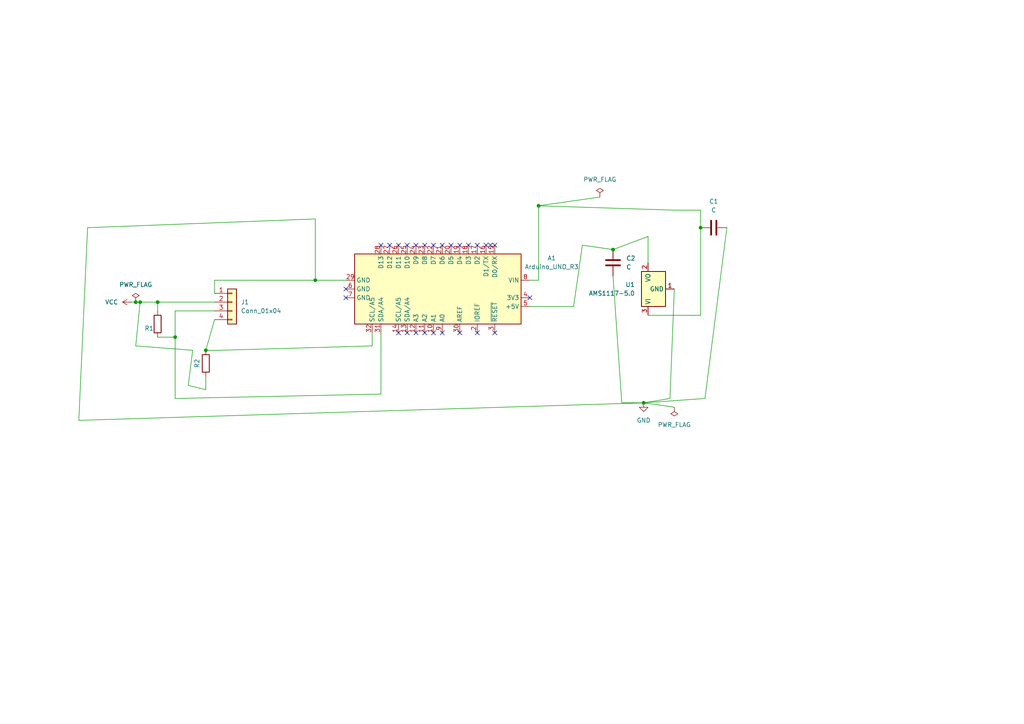
<source format=kicad_sch>
(kicad_sch (version 20250114) (generator "eeschema") (generator_version "9.0")
  (paper "A4")
  (lib_symbols
    (symbol "Connector_Generic:Conn_01x04" (pin_names (offset 1.016) (hide yes))
      (property "Reference" "J" (at 0 5.08 0))
      (property "Value" "Conn_01x04" (at 0 -7.62 0))
      (symbol "Conn_01x04_1_1"
        (rectangle (start -1.27 3.81) (end 1.27 -6.35) (stroke (width 0.254)) (fill (type background)))
        (rectangle (start -1.27 2.667) (end 0 2.413) (stroke (width 0.1524)))
        (rectangle (start -1.27 0.127) (end 0 -0.127) (stroke (width 0.1524)))
        (rectangle (start -1.27 -2.413) (end 0 -2.667) (stroke (width 0.1524)))
        (rectangle (start -1.27 -4.953) (end 0 -5.207) (stroke (width 0.1524)))
        (pin passive line (at -5.08 2.54 0) (length 3.81) (name "Pin_1") (number "1"))
        (pin passive line (at -5.08 0 0) (length 3.81) (name "Pin_2") (number "2"))
        (pin passive line (at -5.08 -2.54 0) (length 3.81) (name "Pin_3") (number "3"))
        (pin passive line (at -5.08 -5.08 0) (length 3.81) (name "Pin_4") (number "4"))
      )
    )
    (symbol "Device:C" (pin_numbers (hide yes)) (pin_names (offset 0.254))
      (property "Reference" "C" (at 0.635 2.54 0))
      (property "Value" "C" (at 0.635 -2.54 0))
      (symbol "C_0_1"
        (polyline (pts (xy -2.032 0.762) (xy 2.032 0.762)) (stroke (width 0.508)))
        (polyline (pts (xy -2.032 -0.762) (xy 2.032 -0.762)) (stroke (width 0.508)))
      )
      (symbol "C_1_1"
        (pin passive line (at 0 3.81 270) (length 2.794) (name "~") (number "1"))
        (pin passive line (at 0 -3.81 90) (length 2.794) (name "~") (number "2"))
      )
    )
    (symbol "Device:R" (pin_numbers (hide yes)) (pin_names (offset 0))
      (property "Reference" "R" (at 2.032 0 90))
      (property "Value" "R" (at 0 0 90))
      (symbol "R_0_1"
        (rectangle (start -1.016 -2.54) (end 1.016 2.54) (stroke (width 0.254)))
      )
      (symbol "R_1_1"
        (pin passive line (at 0 3.81 270) (length 1.27) (name "~") (number "1"))
        (pin passive line (at 0 -3.81 90) (length 1.27) (name "~") (number "2"))
      )
    )
    (symbol "MCU_Module:Arduino_UNO_R3"
      (property "Reference" "A1" (at -8.9602 31.75 90))
      (property "Value" "Arduino_UNO_R3" (at -6.4202 31.75 90))
      (symbol "Arduino_UNO_R3_0_1"
        (rectangle (start -10.16 22.86) (end 10.16 -25.4) (stroke (width 0.254)) (fill (type background)))
      )
      (symbol "Arduino_UNO_R3_1_1"
        (pin bidirectional line (at -12.7 15.24 0) (length 2.54) (name "D0/RX") (number "15"))
        (pin bidirectional line (at -12.7 12.7 0) (length 2.54) (name "D1/TX") (number "16"))
        (pin bidirectional line (at -12.7 10.16 0) (length 2.54) (name "D2") (number "17"))
        (pin bidirectional line (at -12.7 7.62 0) (length 2.54) (name "D3") (number "18"))
        (pin bidirectional line (at -12.7 5.08 0) (length 2.54) (name "D4") (number "19"))
        (pin bidirectional line (at -12.7 2.54 0) (length 2.54) (name "D5") (number "20"))
        (pin bidirectional line (at -12.7 0 0) (length 2.54) (name "D6") (number "21"))
        (pin bidirectional line (at -12.7 -2.54 0) (length 2.54) (name "D7") (number "22"))
        (pin bidirectional line (at -12.7 -5.08 0) (length 2.54) (name "D8") (number "23"))
        (pin bidirectional line (at -12.7 -7.62 0) (length 2.54) (name "D9") (number "24"))
        (pin bidirectional line (at -12.7 -10.16 0) (length 2.54) (name "D10") (number "25"))
        (pin bidirectional line (at -12.7 -12.7 0) (length 2.54) (name "D11") (number "26"))
        (pin bidirectional line (at -12.7 -15.24 0) (length 2.54) (name "D12") (number "27"))
        (pin bidirectional line (at -12.7 -17.78 0) (length 2.54) (name "D13") (number "28"))
        (pin no_connect line (at -10.16 -20.32 0) (length 2.54) (hide yes) (name "NC") (number "1"))
        (pin passive line (at -2.54 25.4 270) (length 2.54) (name "VIN") (number "8"))
        (pin power_in line (at -2.54 -27.94 90) (length 2.54) (name "GND") (number "29"))
        (pin power_in line (at 0 -27.94 90) (length 2.54) (name "GND") (number "6"))
        (pin power_out line (at 2.54 25.4 270) (length 2.54) (name "3V3") (number "4"))
        (pin power_in line (at 2.54 -27.94 90) (length 2.54) (name "GND") (number "7"))
        (pin passive line (at 5.08 25.4 270) (length 2.54) (name "+5V") (number "5"))
        (pin input line (at 12.7 15.24 180) (length 2.54) (name "~{RESET}") (number "3"))
        (pin output line (at 12.7 10.16 180) (length 2.54) (name "IOREF") (number "2"))
        (pin input line (at 12.7 5.08 180) (length 2.54) (name "AREF") (number "30"))
        (pin bidirectional line (at 12.7 0 180) (length 2.54) (name "A0") (number "9"))
        (pin bidirectional line (at 12.7 -2.54 180) (length 2.54) (name "A1") (number "10"))
        (pin bidirectional line (at 12.7 -5.08 180) (length 2.54) (name "A2") (number "11"))
        (pin bidirectional line (at 12.7 -7.62 180) (length 2.54) (name "A3") (number "12"))
        (pin bidirectional line (at 12.7 -10.16 180) (length 2.54) (name "SDA/A4") (number "13"))
        (pin bidirectional line (at 12.7 -12.7 180) (length 2.54) (name "SCL/A5") (number "14"))
        (pin bidirectional line (at 12.7 -17.78 180) (length 2.54) (name "SDA/A4") (number "31"))
        (pin bidirectional line (at 12.7 -20.32 180) (length 2.54) (name "SCL/A5") (number "32"))
      )
    )
    (symbol "Regulator_Linear:AMS1117-5.0"
      (property "Reference" "U" (at -3.81 3.175 0))
      (property "Value" "AMS1117-5.0" (at 0 3.175 0))
      (symbol "AMS1117-5.0_0_1"
        (rectangle (start -5.08 -5.08) (end 5.08 1.905) (stroke (width 0.254)) (fill (type background)))
      )
      (symbol "AMS1117-5.0_1_1"
        (pin power_in line (at -7.62 0 0) (length 2.54) (name "VI") (number "3"))
        (pin power_in line (at 0 -7.62 90) (length 2.54) (name "GND") (number "1"))
        (pin power_out line (at 7.62 0 180) (length 2.54) (name "VO") (number "2"))
      )
    )
    (symbol "power:GND" (power) (pin_numbers (hide yes)) (pin_names (offset 0) (hide yes))
      (property "Value" "GND" (at 0 -3.81 0))
      (symbol "GND_0_1"
        (polyline (pts (xy 0 0) (xy 0 -1.27) (xy 1.27 -1.27) (xy 0 -2.54) (xy -1.27 -1.27) (xy 0 -1.27)))
      )
      (symbol "GND_1_1"
        (pin power_in line (at 0 0 270) (length 0) (name "~") (number "1"))
      )
    )
    (symbol "power:PWR_FLAG" (power) (pin_numbers (hide yes)) (pin_names (offset 0) (hide yes))
      (property "Value" "PWR_FLAG" (at 0 3.81 0))
      (symbol "PWR_FLAG_0_0"
        (pin power_out line (at 0 0 90) (length 0) (name "~") (number "1"))
      )
      (symbol "PWR_FLAG_0_1"
        (polyline (pts (xy 0 0) (xy 0 1.27) (xy -1.016 1.905) (xy 0 2.54) (xy 1.016 1.905) (xy 0 1.27)))
      )
    )
    (symbol "power:VCC" (power) (pin_numbers (hide yes)) (pin_names (offset 0) (hide yes))
      (property "Value" "VCC" (at 0 3.556 0))
      (symbol "VCC_0_1"
        (polyline (pts (xy -0.762 1.27) (xy 0 2.54)))
        (polyline (pts (xy 0 2.54) (xy 0.762 1.27)))
        (polyline (pts (xy 0 0) (xy 0 2.54)))
      )
      (symbol "VCC_1_1"
        (pin power_in line (at 0 0 90) (length 0) (name "~") (number "1"))
      )
    )
  )
  (junction (at 45.72 87.63))
  (junction (at 203.2 66.04))
  (junction (at 186.69 116.84))
  (junction (at 91.44 81.28))
  (junction (at 50.8 97.79))
  (junction (at 59.69 101.6))
  (junction (at 156.21 59.69))
  (junction (at 39.37 87.63))
  (junction (at 40.64 87.63))
  (junction (at 177.8 72.39))
  (no_connect (at 115.57 71.12))
  (no_connect (at 115.57 96.52))
  (no_connect (at 118.11 96.52))
  (no_connect (at 123.19 96.52))
  (no_connect (at 120.65 71.12))
  (no_connect (at 143.51 71.12))
  (no_connect (at 125.73 71.12))
  (no_connect (at 110.49 71.12))
  (no_connect (at 135.89 71.12))
  (no_connect (at 113.03 71.12))
  (no_connect (at 133.35 71.12))
  (no_connect (at 128.27 71.12))
  (no_connect (at 128.27 96.52))
  (no_connect (at 140.97 71.12))
  (no_connect (at 153.67 86.36))
  (no_connect (at 123.19 71.12))
  (no_connect (at 142.24 71.12))
  (no_connect (at 130.81 71.12))
  (no_connect (at 100.33 86.36))
  (no_connect (at 118.11 71.12))
  (no_connect (at 120.65 96.52))
  (no_connect (at 138.43 71.12))
  (no_connect (at 133.35 96.52))
  (no_connect (at 125.73 96.52))
  (no_connect (at 138.43 96.52))
  (no_connect (at 100.33 83.82))
  (no_connect (at 143.51 96.52))
  (wire (pts (xy 45.72 97.79) (xy 50.8 97.79)))
  (wire (pts (xy 91.44 81.28) (xy 91.44 63.5)))
  (wire (pts (xy 54.61 111.76) (xy 55.88 101.6)))
  (wire (pts (xy 195.58 118.11) (xy 186.69 116.84)))
  (wire (pts (xy 40.64 87.63) (xy 45.72 87.63)))
  (wire (pts (xy 25.4 66.04) (xy 22.86 121.92)))
  (wire (pts (xy 91.44 63.5) (xy 25.4 66.04)))
  (wire (pts (xy 62.23 85.09) (xy 62.23 81.28)))
  (wire (pts (xy 107.95 100.33) (xy 107.95 96.52)))
  (wire (pts (xy 50.8 97.79) (xy 50.8 115.57)))
  (wire (pts (xy 177.8 72.39) (xy 168.91 71.12)))
  (wire (pts (xy 156.21 81.28) (xy 153.67 81.28)))
  (wire (pts (xy 210.82 66.04) (xy 204.47 115.57)))
  (wire (pts (xy 62.23 92.71) (xy 59.69 101.6)))
  (wire (pts (xy 195.58 83.82) (xy 194.31 115.57)))
  (wire (pts (xy 55.88 101.6) (xy 39.37 100.33)))
  (wire (pts (xy 187.96 76.2) (xy 187.96 68.58)))
  (wire (pts (xy 168.91 71.12) (xy 166.37 88.9)))
  (wire (pts (xy 203.2 60.96) (xy 195.58 60.96)))
  (wire (pts (xy 180.34 116.84) (xy 186.69 116.84)))
  (wire (pts (xy 204.47 115.57) (xy 186.69 116.84)))
  (wire (pts (xy 62.23 90.17) (xy 50.8 90.17)))
  (wire (pts (xy 59.69 113.03) (xy 54.61 111.76)))
  (wire (pts (xy 40.64 87.63) (xy 39.37 87.63)))
  (wire (pts (xy 177.8 80.01) (xy 180.34 116.84)))
  (wire (pts (xy 91.44 81.28) (xy 100.33 81.28)))
  (wire (pts (xy 62.23 81.28) (xy 91.44 81.28)))
  (wire (pts (xy 59.69 109.22) (xy 59.69 113.03)))
  (wire (pts (xy 156.21 59.69) (xy 156.21 81.28)))
  (wire (pts (xy 45.72 90.17) (xy 45.72 87.63)))
  (wire (pts (xy 194.31 115.57) (xy 186.69 116.84)))
  (wire (pts (xy 63.5 101.6) (xy 107.95 100.33)))
  (wire (pts (xy 173.99 57.15) (xy 156.21 59.69)))
  (wire (pts (xy 39.37 100.33) (xy 40.64 87.63)))
  (wire (pts (xy 50.8 90.17) (xy 50.8 97.79)))
  (wire (pts (xy 187.96 68.58) (xy 177.8 72.39)))
  (wire (pts (xy 59.69 101.6) (xy 63.5 101.6)))
  (wire (pts (xy 153.67 88.9) (xy 166.37 88.9)))
  (wire (pts (xy 203.2 66.04) (xy 203.2 60.96)))
  (wire (pts (xy 22.86 121.92) (xy 186.69 116.84)))
  (wire (pts (xy 45.72 87.63) (xy 62.23 87.63)))
  (wire (pts (xy 39.37 87.63) (xy 38.1 87.63)))
  (wire (pts (xy 195.58 60.96) (xy 156.21 59.69)))
  (wire (pts (xy 203.2 91.44) (xy 203.2 66.04)))
  (wire (pts (xy 110.49 96.52) (xy 110.49 114.3)))
  (wire (pts (xy 50.8 115.57) (xy 110.49 114.3)))
  (wire (pts (xy 187.96 91.44) (xy 203.2 91.44)))
  (symbol (lib_id "power:VCC") (at 38.1 87.63 90) (unit 1)
    (property "Reference" "#PWR03" (effects (hide yes)))
    (property "Value" "VCC" (at 34.29 87.6299 90) (effects (justify left)))
    (property "Description" "Power symbol creates a global label with name \"VCC\"" (effects (hide yes)))
  )
  (symbol (lib_id "power:PWR_FLAG") (at 195.58 118.11 180) (unit 1)
    (property "Reference" "#FLG02" (effects (hide yes)))
    (property "Value" "PWR_FLAG" (at 195.58 123.19 0))
    (property "Description" "Special symbol for telling ERC where power comes from" (effects (hide yes)))
  )
  (symbol (lib_id "Device:R") (at 59.69 105.41 180) (unit 1)
    (property "Reference" "R2" (at 57.15 105.41 90))
    (property "Value" "4.7k" (effects (hide yes)))
    (property "Footprint" "Resistor_THT:R_Axial_DIN0207_L6.3mm_D2.5mm_P7.62mm_Horizontal" (effects (hide yes)))
    (property "Description" "Resistor" (effects (hide yes)))
  )
  (symbol (lib_id "power:PWR_FLAG") (at 173.99 57.15 0) (unit 1)
    (property "Reference" "#FLG05" (effects (hide yes)))
    (property "Value" "PWR_FLAG" (at 173.99 52.07 0))
    (property "Description" "Special symbol for telling ERC where power comes from" (effects (hide yes)))
  )
  (symbol (lib_id "Connector_Generic:Conn_01x04") (at 67.31 87.63 0) (unit 1)
    (property "Reference" "J1" (at 69.85 87.6299 0) (effects (justify left)))
    (property "Value" "Conn_01x04" (at 69.85 90.1699 0) (effects (justify left)))
    (property "Footprint" "Connector_PinHeader_2.54mm:PinHeader_1x04_P2.54mm_Vertical" (effects (hide yes)))
    (property "Description" "Generic connector, single row, 01x04, script generated (kicad-library-utils/schlib/autogen/connector/)" (effects (hide yes)))
  )
  (symbol (lib_id "power:PWR_FLAG") (at 39.37 87.63 0) (unit 1)
    (property "Reference" "#FLG01" (effects (hide yes)))
    (property "Value" "PWR_FLAG" (at 39.37 82.55 0))
    (property "Description" "Special symbol for telling ERC where power comes from" (effects (hide yes)))
  )
  (symbol (lib_id "Regulator_Linear:AMS1117-5.0") (at 187.96 83.82 90) (unit 1)
    (property "Reference" "U1" (at 184.15 82.5499 90) (effects (justify left)))
    (property "Value" "AMS1117-5.0" (at 184.15 85.0899 90) (effects (justify left)))
    (property "Footprint" "Package_TO_SOT_SMD:SOT-223-3_TabPin2" (effects (hide yes)))
    (property "Datasheet" "http://www.advanced-monolithic.com/pdf/ds1117.pdf" (effects (hide yes)))
    (property "Description" "1A Low Dropout regulator, positive, 5.0V fixed output, SOT-223" (effects (hide yes)))
  )
  (symbol (lib_id "Device:R") (at 45.72 93.98 180) (unit 1)
    (property "Reference" "R1" (at 41.91 95.25 0) (effects (justify right)))
    (property "Value" "4.7k" (effects (hide yes)))
    (property "Footprint" "Resistor_THT:R_Axial_DIN0207_L6.3mm_D2.5mm_P7.62mm_Horizontal" (effects (hide yes)))
    (property "Description" "Resistor" (effects (hide yes)))
  )
  (symbol (lib_id "Device:C") (at 207.01 66.04 90) (unit 1)
    (property "Reference" "C1" (at 207.01 58.42 90))
    (property "Value" "C" (at 207.01 60.96 90))
    (property "Footprint" "Capacitor_THT:C_Disc_D5.0mm_W2.5mm_P2.50mm" (effects (hide yes)))
    (property "Description" "Unpolarized capacitor" (effects (hide yes)))
  )
  (symbol (lib_id "Device:C") (at 177.8 76.2 180) (unit 1)
    (property "Reference" "C2" (at 181.61 74.9299 0) (effects (justify right)))
    (property "Value" "C" (at 181.61 77.4699 0) (effects (justify right)))
    (property "Footprint" "Capacitor_THT:C_Disc_D5.0mm_W2.5mm_P2.50mm" (effects (hide yes)))
    (property "Description" "Unpolarized capacitor" (effects (hide yes)))
  )
  (symbol (lib_id "power:GND") (at 186.69 116.84 0) (unit 1)
    (property "Reference" "#PWR01" (effects (hide yes)))
    (property "Value" "GND" (at 186.69 121.92 0))
    (property "Description" "Power symbol creates a global label with name \"GND\" , ground" (effects (hide yes)))
  )
  (symbol (lib_id "MCU_Module:Arduino_UNO_R3") (at 128.27 83.82 270) (unit 1)
    (property "Reference" "A1" (at 160.02 74.8598 90))
    (property "Value" "Arduino_UNO_R3" (at 160.02 77.3998 90))
    (property "Footprint" "Module:Arduino_UNO_R3" (effects (hide yes)))
    (property "Datasheet" "https://www.arduino.cc/en/Main/arduinoBoardUno" (effects (hide yes)))
    (property "Description" "Arduino UNO Microcontroller Module, release 3" (effects (hide yes)))
  )
)
</source>
